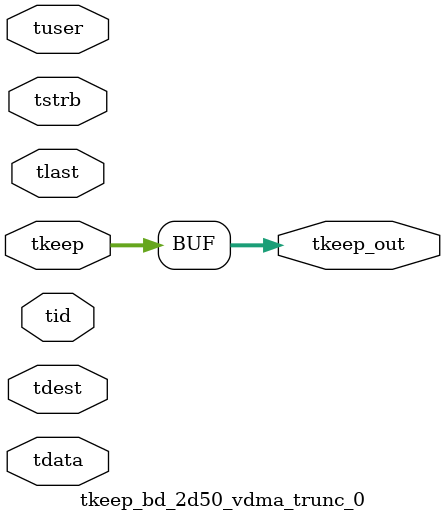
<source format=v>


`timescale 1ps/1ps

module tkeep_bd_2d50_vdma_trunc_0 #
(
parameter C_S_AXIS_TDATA_WIDTH = 32,
parameter C_S_AXIS_TUSER_WIDTH = 0,
parameter C_S_AXIS_TID_WIDTH   = 0,
parameter C_S_AXIS_TDEST_WIDTH = 0,
parameter C_M_AXIS_TDATA_WIDTH = 32
)
(
input  [(C_S_AXIS_TDATA_WIDTH == 0 ? 1 : C_S_AXIS_TDATA_WIDTH)-1:0     ] tdata,
input  [(C_S_AXIS_TUSER_WIDTH == 0 ? 1 : C_S_AXIS_TUSER_WIDTH)-1:0     ] tuser,
input  [(C_S_AXIS_TID_WIDTH   == 0 ? 1 : C_S_AXIS_TID_WIDTH)-1:0       ] tid,
input  [(C_S_AXIS_TDEST_WIDTH == 0 ? 1 : C_S_AXIS_TDEST_WIDTH)-1:0     ] tdest,
input  [(C_S_AXIS_TDATA_WIDTH/8)-1:0 ] tkeep,
input  [(C_S_AXIS_TDATA_WIDTH/8)-1:0 ] tstrb,
input                                                                    tlast,
output [(C_M_AXIS_TDATA_WIDTH/8)-1:0 ] tkeep_out
);

assign tkeep_out = {tkeep[5:0]};

endmodule


</source>
